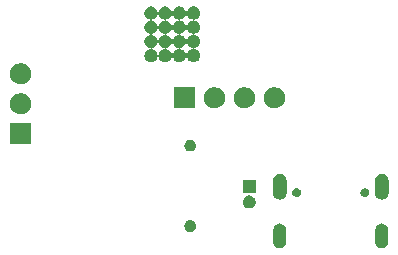
<source format=gbs>
G04 #@! TF.GenerationSoftware,KiCad,Pcbnew,(5.1.6)-1*
G04 #@! TF.CreationDate,2021-04-21T10:38:01+02:00*
G04 #@! TF.ProjectId,LactateStat_v1,4c616374-6174-4655-9374-61745f76312e,rev?*
G04 #@! TF.SameCoordinates,Original*
G04 #@! TF.FileFunction,Soldermask,Bot*
G04 #@! TF.FilePolarity,Negative*
%FSLAX46Y46*%
G04 Gerber Fmt 4.6, Leading zero omitted, Abs format (unit mm)*
G04 Created by KiCad (PCBNEW (5.1.6)-1) date 2021-04-21 10:38:01*
%MOMM*%
%LPD*%
G01*
G04 APERTURE LIST*
%ADD10C,0.100000*%
G04 APERTURE END LIST*
D10*
G36*
X163987618Y-105958943D02*
G01*
X163987621Y-105958944D01*
X163987622Y-105958944D01*
X164091109Y-105990336D01*
X164091111Y-105990337D01*
X164186485Y-106041315D01*
X164259032Y-106100853D01*
X164270080Y-106109920D01*
X164315817Y-106165651D01*
X164338686Y-106193517D01*
X164389663Y-106288888D01*
X164421057Y-106392381D01*
X164429000Y-106473028D01*
X164429000Y-107526972D01*
X164421057Y-107607619D01*
X164389663Y-107711112D01*
X164338686Y-107806483D01*
X164270080Y-107890080D01*
X164186483Y-107958686D01*
X164091112Y-108009663D01*
X164091110Y-108009664D01*
X163987623Y-108041056D01*
X163987622Y-108041056D01*
X163987619Y-108041057D01*
X163880000Y-108051657D01*
X163772382Y-108041057D01*
X163772379Y-108041056D01*
X163772378Y-108041056D01*
X163668891Y-108009664D01*
X163668889Y-108009663D01*
X163573518Y-107958686D01*
X163489921Y-107890080D01*
X163421315Y-107806483D01*
X163370338Y-107711112D01*
X163338944Y-107607619D01*
X163331001Y-107526972D01*
X163331000Y-106473029D01*
X163338943Y-106392382D01*
X163338944Y-106392378D01*
X163370336Y-106288891D01*
X163418305Y-106199147D01*
X163421315Y-106193515D01*
X163489918Y-106109922D01*
X163489923Y-106109918D01*
X163573516Y-106041315D01*
X163573515Y-106041315D01*
X163573517Y-106041314D01*
X163668888Y-105990337D01*
X163668890Y-105990336D01*
X163772377Y-105958944D01*
X163772378Y-105958944D01*
X163772381Y-105958943D01*
X163880000Y-105948343D01*
X163987618Y-105958943D01*
G37*
G36*
X172627618Y-105958943D02*
G01*
X172627621Y-105958944D01*
X172627622Y-105958944D01*
X172731109Y-105990336D01*
X172731111Y-105990337D01*
X172826485Y-106041315D01*
X172899032Y-106100853D01*
X172910080Y-106109920D01*
X172955817Y-106165651D01*
X172978686Y-106193517D01*
X173029663Y-106288888D01*
X173061057Y-106392381D01*
X173069000Y-106473028D01*
X173069000Y-107526972D01*
X173061057Y-107607619D01*
X173029663Y-107711112D01*
X172978686Y-107806483D01*
X172910080Y-107890080D01*
X172826483Y-107958686D01*
X172731112Y-108009663D01*
X172731110Y-108009664D01*
X172627623Y-108041056D01*
X172627622Y-108041056D01*
X172627619Y-108041057D01*
X172520000Y-108051657D01*
X172412382Y-108041057D01*
X172412379Y-108041056D01*
X172412378Y-108041056D01*
X172308891Y-108009664D01*
X172308889Y-108009663D01*
X172213518Y-107958686D01*
X172129921Y-107890080D01*
X172061315Y-107806483D01*
X172010338Y-107711112D01*
X171978944Y-107607619D01*
X171971001Y-107526972D01*
X171971000Y-106473029D01*
X171978943Y-106392382D01*
X171978944Y-106392378D01*
X172010336Y-106288891D01*
X172058305Y-106199147D01*
X172061315Y-106193515D01*
X172129918Y-106109922D01*
X172129923Y-106109918D01*
X172213516Y-106041315D01*
X172213515Y-106041315D01*
X172213517Y-106041314D01*
X172308888Y-105990337D01*
X172308890Y-105990336D01*
X172412377Y-105958944D01*
X172412378Y-105958944D01*
X172412381Y-105958943D01*
X172520000Y-105948343D01*
X172627618Y-105958943D01*
G37*
G36*
X156397350Y-105660589D02*
G01*
X156445554Y-105670177D01*
X156536365Y-105707792D01*
X156618095Y-105762402D01*
X156687598Y-105831905D01*
X156742208Y-105913635D01*
X156779823Y-106004446D01*
X156799000Y-106100854D01*
X156799000Y-106199146D01*
X156779823Y-106295554D01*
X156742208Y-106386365D01*
X156687598Y-106468095D01*
X156618095Y-106537598D01*
X156536365Y-106592208D01*
X156445554Y-106629823D01*
X156397350Y-106639412D01*
X156349147Y-106649000D01*
X156250853Y-106649000D01*
X156202650Y-106639411D01*
X156154446Y-106629823D01*
X156063635Y-106592208D01*
X155981905Y-106537598D01*
X155912402Y-106468095D01*
X155857792Y-106386365D01*
X155820177Y-106295554D01*
X155801000Y-106199146D01*
X155801000Y-106100854D01*
X155820177Y-106004446D01*
X155857792Y-105913635D01*
X155912402Y-105831905D01*
X155981905Y-105762402D01*
X156063635Y-105707792D01*
X156154446Y-105670177D01*
X156202650Y-105660589D01*
X156250853Y-105651000D01*
X156349147Y-105651000D01*
X156397350Y-105660589D01*
G37*
G36*
X161460138Y-103592098D02*
G01*
X161560046Y-103633481D01*
X161560049Y-103633483D01*
X161649967Y-103693564D01*
X161726436Y-103770033D01*
X161762878Y-103824573D01*
X161786519Y-103859954D01*
X161827902Y-103959862D01*
X161849000Y-104065928D01*
X161849000Y-104174072D01*
X161827902Y-104280138D01*
X161786519Y-104380046D01*
X161786517Y-104380049D01*
X161726436Y-104469967D01*
X161649967Y-104546436D01*
X161560049Y-104606517D01*
X161560046Y-104606519D01*
X161460138Y-104647902D01*
X161354072Y-104669000D01*
X161245928Y-104669000D01*
X161139862Y-104647902D01*
X161039954Y-104606519D01*
X161039951Y-104606517D01*
X160950033Y-104546436D01*
X160873564Y-104469967D01*
X160813483Y-104380049D01*
X160813481Y-104380046D01*
X160772098Y-104280138D01*
X160751000Y-104174072D01*
X160751000Y-104065928D01*
X160772098Y-103959862D01*
X160813481Y-103859954D01*
X160837122Y-103824573D01*
X160873564Y-103770033D01*
X160950033Y-103693564D01*
X161039951Y-103633483D01*
X161039954Y-103633481D01*
X161139862Y-103592098D01*
X161245928Y-103571000D01*
X161354072Y-103571000D01*
X161460138Y-103592098D01*
G37*
G36*
X172632519Y-101729304D02*
G01*
X172740721Y-101762127D01*
X172775690Y-101780818D01*
X172840439Y-101815427D01*
X172927843Y-101887157D01*
X172999573Y-101974560D01*
X173026222Y-102024418D01*
X173052873Y-102074278D01*
X173085696Y-102182480D01*
X173094000Y-102266797D01*
X173094000Y-103373203D01*
X173085696Y-103457520D01*
X173052873Y-103565722D01*
X173028938Y-103610502D01*
X172999573Y-103665440D01*
X172927843Y-103752843D01*
X172840440Y-103824573D01*
X172790582Y-103851222D01*
X172740722Y-103877873D01*
X172632520Y-103910696D01*
X172520000Y-103921778D01*
X172407481Y-103910696D01*
X172299279Y-103877873D01*
X172249419Y-103851222D01*
X172199561Y-103824573D01*
X172112158Y-103752843D01*
X172040428Y-103665440D01*
X172011063Y-103610502D01*
X171987128Y-103565722D01*
X171954305Y-103457520D01*
X171946001Y-103373203D01*
X171946000Y-102266798D01*
X171954304Y-102182481D01*
X171987127Y-102074279D01*
X172005818Y-102039310D01*
X172040427Y-101974561D01*
X172112157Y-101887157D01*
X172199560Y-101815427D01*
X172249418Y-101788778D01*
X172299278Y-101762127D01*
X172407480Y-101729304D01*
X172520000Y-101718222D01*
X172632519Y-101729304D01*
G37*
G36*
X163992519Y-101729304D02*
G01*
X164100721Y-101762127D01*
X164135690Y-101780818D01*
X164200439Y-101815427D01*
X164287843Y-101887157D01*
X164359573Y-101974560D01*
X164386222Y-102024418D01*
X164412873Y-102074278D01*
X164445696Y-102182480D01*
X164454000Y-102266797D01*
X164454000Y-103373203D01*
X164445696Y-103457520D01*
X164412873Y-103565722D01*
X164388938Y-103610502D01*
X164359573Y-103665440D01*
X164287843Y-103752843D01*
X164200440Y-103824573D01*
X164150582Y-103851222D01*
X164100722Y-103877873D01*
X163992520Y-103910696D01*
X163880000Y-103921778D01*
X163767481Y-103910696D01*
X163659279Y-103877873D01*
X163609419Y-103851222D01*
X163559561Y-103824573D01*
X163472158Y-103752843D01*
X163400428Y-103665440D01*
X163371063Y-103610502D01*
X163347128Y-103565722D01*
X163314305Y-103457520D01*
X163306001Y-103373203D01*
X163306000Y-102266798D01*
X163314304Y-102182481D01*
X163347127Y-102074279D01*
X163365818Y-102039310D01*
X163400427Y-101974561D01*
X163472157Y-101887157D01*
X163559560Y-101815427D01*
X163609418Y-101788778D01*
X163659278Y-101762127D01*
X163767480Y-101729304D01*
X163880000Y-101718222D01*
X163992519Y-101729304D01*
G37*
G36*
X171199092Y-102960372D02*
G01*
X171267156Y-102988565D01*
X171328411Y-103029495D01*
X171380505Y-103081589D01*
X171421435Y-103142844D01*
X171449628Y-103210908D01*
X171464000Y-103283164D01*
X171464000Y-103356836D01*
X171449628Y-103429092D01*
X171421435Y-103497156D01*
X171380505Y-103558411D01*
X171328411Y-103610505D01*
X171267156Y-103651435D01*
X171199092Y-103679628D01*
X171126836Y-103694000D01*
X171053164Y-103694000D01*
X170980908Y-103679628D01*
X170912844Y-103651435D01*
X170851589Y-103610505D01*
X170799495Y-103558411D01*
X170758565Y-103497156D01*
X170730372Y-103429092D01*
X170716000Y-103356836D01*
X170716000Y-103283164D01*
X170730372Y-103210908D01*
X170758565Y-103142844D01*
X170799495Y-103081589D01*
X170851589Y-103029495D01*
X170912844Y-102988565D01*
X170980908Y-102960372D01*
X171053164Y-102946000D01*
X171126836Y-102946000D01*
X171199092Y-102960372D01*
G37*
G36*
X165419092Y-102960372D02*
G01*
X165487156Y-102988565D01*
X165548411Y-103029495D01*
X165600505Y-103081589D01*
X165641435Y-103142844D01*
X165669628Y-103210908D01*
X165684000Y-103283164D01*
X165684000Y-103356836D01*
X165669628Y-103429092D01*
X165641435Y-103497156D01*
X165600505Y-103558411D01*
X165548411Y-103610505D01*
X165487156Y-103651435D01*
X165419092Y-103679628D01*
X165346836Y-103694000D01*
X165273164Y-103694000D01*
X165200908Y-103679628D01*
X165132844Y-103651435D01*
X165071589Y-103610505D01*
X165019495Y-103558411D01*
X164978565Y-103497156D01*
X164950372Y-103429092D01*
X164936000Y-103356836D01*
X164936000Y-103283164D01*
X164950372Y-103210908D01*
X164978565Y-103142844D01*
X165019495Y-103081589D01*
X165071589Y-103029495D01*
X165132844Y-102988565D01*
X165200908Y-102960372D01*
X165273164Y-102946000D01*
X165346836Y-102946000D01*
X165419092Y-102960372D01*
G37*
G36*
X161849000Y-103399000D02*
G01*
X160751000Y-103399000D01*
X160751000Y-102301000D01*
X161849000Y-102301000D01*
X161849000Y-103399000D01*
G37*
G36*
X156397350Y-98860588D02*
G01*
X156445554Y-98870177D01*
X156536365Y-98907792D01*
X156618095Y-98962402D01*
X156687598Y-99031905D01*
X156742208Y-99113635D01*
X156779823Y-99204446D01*
X156799000Y-99300854D01*
X156799000Y-99399146D01*
X156779823Y-99495554D01*
X156742208Y-99586365D01*
X156687598Y-99668095D01*
X156618095Y-99737598D01*
X156536365Y-99792208D01*
X156445554Y-99829823D01*
X156397350Y-99839412D01*
X156349147Y-99849000D01*
X156250853Y-99849000D01*
X156202650Y-99839412D01*
X156154446Y-99829823D01*
X156063635Y-99792208D01*
X155981905Y-99737598D01*
X155912402Y-99668095D01*
X155857792Y-99586365D01*
X155820177Y-99495554D01*
X155801000Y-99399146D01*
X155801000Y-99300854D01*
X155820177Y-99204446D01*
X155857792Y-99113635D01*
X155912402Y-99031905D01*
X155981905Y-98962402D01*
X156063635Y-98907792D01*
X156154446Y-98870177D01*
X156202650Y-98860589D01*
X156250853Y-98851000D01*
X156349147Y-98851000D01*
X156397350Y-98860588D01*
G37*
G36*
X142849000Y-99249000D02*
G01*
X141051000Y-99249000D01*
X141051000Y-97451000D01*
X142849000Y-97451000D01*
X142849000Y-99249000D01*
G37*
G36*
X142212229Y-94945548D02*
G01*
X142375837Y-95013316D01*
X142523081Y-95111702D01*
X142648298Y-95236919D01*
X142746684Y-95384163D01*
X142814452Y-95547771D01*
X142849000Y-95721456D01*
X142849000Y-95898544D01*
X142814452Y-96072229D01*
X142746684Y-96235837D01*
X142648298Y-96383081D01*
X142523081Y-96508298D01*
X142375837Y-96606684D01*
X142212229Y-96674452D01*
X142038544Y-96709000D01*
X141861456Y-96709000D01*
X141687771Y-96674452D01*
X141524163Y-96606684D01*
X141376919Y-96508298D01*
X141251702Y-96383081D01*
X141153316Y-96235837D01*
X141085548Y-96072229D01*
X141051000Y-95898544D01*
X141051000Y-95721456D01*
X141085548Y-95547771D01*
X141153316Y-95384163D01*
X141251702Y-95236919D01*
X141376919Y-95111702D01*
X141524163Y-95013316D01*
X141687771Y-94945548D01*
X141861456Y-94911000D01*
X142038544Y-94911000D01*
X142212229Y-94945548D01*
G37*
G36*
X158602229Y-94435548D02*
G01*
X158765837Y-94503316D01*
X158913081Y-94601702D01*
X159038298Y-94726919D01*
X159136684Y-94874163D01*
X159204452Y-95037771D01*
X159239000Y-95211456D01*
X159239000Y-95388544D01*
X159204452Y-95562229D01*
X159136684Y-95725837D01*
X159038298Y-95873081D01*
X158913081Y-95998298D01*
X158765837Y-96096684D01*
X158602229Y-96164452D01*
X158428544Y-96199000D01*
X158251456Y-96199000D01*
X158077771Y-96164452D01*
X157914163Y-96096684D01*
X157766919Y-95998298D01*
X157641702Y-95873081D01*
X157543316Y-95725837D01*
X157475548Y-95562229D01*
X157441000Y-95388544D01*
X157441000Y-95211456D01*
X157475548Y-95037771D01*
X157543316Y-94874163D01*
X157641702Y-94726919D01*
X157766919Y-94601702D01*
X157914163Y-94503316D01*
X158077771Y-94435548D01*
X158251456Y-94401000D01*
X158428544Y-94401000D01*
X158602229Y-94435548D01*
G37*
G36*
X156699000Y-96199000D02*
G01*
X154901000Y-96199000D01*
X154901000Y-94401000D01*
X156699000Y-94401000D01*
X156699000Y-96199000D01*
G37*
G36*
X161142229Y-94435548D02*
G01*
X161305837Y-94503316D01*
X161453081Y-94601702D01*
X161578298Y-94726919D01*
X161676684Y-94874163D01*
X161744452Y-95037771D01*
X161779000Y-95211456D01*
X161779000Y-95388544D01*
X161744452Y-95562229D01*
X161676684Y-95725837D01*
X161578298Y-95873081D01*
X161453081Y-95998298D01*
X161305837Y-96096684D01*
X161142229Y-96164452D01*
X160968544Y-96199000D01*
X160791456Y-96199000D01*
X160617771Y-96164452D01*
X160454163Y-96096684D01*
X160306919Y-95998298D01*
X160181702Y-95873081D01*
X160083316Y-95725837D01*
X160015548Y-95562229D01*
X159981000Y-95388544D01*
X159981000Y-95211456D01*
X160015548Y-95037771D01*
X160083316Y-94874163D01*
X160181702Y-94726919D01*
X160306919Y-94601702D01*
X160454163Y-94503316D01*
X160617771Y-94435548D01*
X160791456Y-94401000D01*
X160968544Y-94401000D01*
X161142229Y-94435548D01*
G37*
G36*
X163682229Y-94435548D02*
G01*
X163845837Y-94503316D01*
X163993081Y-94601702D01*
X164118298Y-94726919D01*
X164216684Y-94874163D01*
X164284452Y-95037771D01*
X164319000Y-95211456D01*
X164319000Y-95388544D01*
X164284452Y-95562229D01*
X164216684Y-95725837D01*
X164118298Y-95873081D01*
X163993081Y-95998298D01*
X163845837Y-96096684D01*
X163682229Y-96164452D01*
X163508544Y-96199000D01*
X163331456Y-96199000D01*
X163157771Y-96164452D01*
X162994163Y-96096684D01*
X162846919Y-95998298D01*
X162721702Y-95873081D01*
X162623316Y-95725837D01*
X162555548Y-95562229D01*
X162521000Y-95388544D01*
X162521000Y-95211456D01*
X162555548Y-95037771D01*
X162623316Y-94874163D01*
X162721702Y-94726919D01*
X162846919Y-94601702D01*
X162994163Y-94503316D01*
X163157771Y-94435548D01*
X163331456Y-94401000D01*
X163508544Y-94401000D01*
X163682229Y-94435548D01*
G37*
G36*
X142212229Y-92405548D02*
G01*
X142375837Y-92473316D01*
X142523081Y-92571702D01*
X142648298Y-92696919D01*
X142746684Y-92844163D01*
X142814452Y-93007771D01*
X142849000Y-93181456D01*
X142849000Y-93358544D01*
X142814452Y-93532229D01*
X142746684Y-93695837D01*
X142648298Y-93843081D01*
X142523081Y-93968298D01*
X142375837Y-94066684D01*
X142212229Y-94134452D01*
X142038544Y-94169000D01*
X141861456Y-94169000D01*
X141687771Y-94134452D01*
X141524163Y-94066684D01*
X141376919Y-93968298D01*
X141251702Y-93843081D01*
X141153316Y-93695837D01*
X141085548Y-93532229D01*
X141051000Y-93358544D01*
X141051000Y-93181456D01*
X141085548Y-93007771D01*
X141153316Y-92844163D01*
X141251702Y-92696919D01*
X141376919Y-92571702D01*
X141524163Y-92473316D01*
X141687771Y-92405548D01*
X141861456Y-92371000D01*
X142038544Y-92371000D01*
X142212229Y-92405548D01*
G37*
G36*
X153074503Y-87576517D02*
G01*
X153146065Y-87590752D01*
X153247177Y-87632633D01*
X153338177Y-87693438D01*
X153415563Y-87770824D01*
X153476368Y-87861824D01*
X153518249Y-87962936D01*
X153534178Y-88043017D01*
X153537069Y-88052546D01*
X153541763Y-88061329D01*
X153548081Y-88069026D01*
X153555779Y-88075344D01*
X153564561Y-88080038D01*
X153574091Y-88082929D01*
X153584001Y-88083905D01*
X153593912Y-88082929D01*
X153603441Y-88080038D01*
X153612224Y-88075344D01*
X153619921Y-88069026D01*
X153626239Y-88061328D01*
X153630933Y-88052546D01*
X153633824Y-88043017D01*
X153649753Y-87962936D01*
X153691634Y-87861824D01*
X153752439Y-87770824D01*
X153829825Y-87693438D01*
X153920825Y-87632633D01*
X154021937Y-87590752D01*
X154093499Y-87576517D01*
X154129279Y-87569400D01*
X154238723Y-87569400D01*
X154274503Y-87576517D01*
X154346065Y-87590752D01*
X154447177Y-87632633D01*
X154538177Y-87693438D01*
X154615563Y-87770824D01*
X154676368Y-87861824D01*
X154718249Y-87962936D01*
X154734178Y-88043017D01*
X154737069Y-88052546D01*
X154741763Y-88061329D01*
X154748081Y-88069026D01*
X154755779Y-88075344D01*
X154764561Y-88080038D01*
X154774091Y-88082929D01*
X154784001Y-88083905D01*
X154793912Y-88082929D01*
X154803441Y-88080038D01*
X154812224Y-88075344D01*
X154819921Y-88069026D01*
X154826239Y-88061328D01*
X154830933Y-88052546D01*
X154833824Y-88043017D01*
X154849753Y-87962936D01*
X154891634Y-87861824D01*
X154952439Y-87770824D01*
X155029825Y-87693438D01*
X155120825Y-87632633D01*
X155221937Y-87590752D01*
X155293499Y-87576517D01*
X155329279Y-87569400D01*
X155438723Y-87569400D01*
X155474503Y-87576517D01*
X155546065Y-87590752D01*
X155647177Y-87632633D01*
X155738177Y-87693438D01*
X155815563Y-87770824D01*
X155876368Y-87861824D01*
X155918249Y-87962936D01*
X155934178Y-88043017D01*
X155937069Y-88052546D01*
X155941763Y-88061329D01*
X155948081Y-88069026D01*
X155955779Y-88075344D01*
X155964561Y-88080038D01*
X155974091Y-88082929D01*
X155984001Y-88083905D01*
X155993912Y-88082929D01*
X156003441Y-88080038D01*
X156012224Y-88075344D01*
X156019921Y-88069026D01*
X156026239Y-88061328D01*
X156030933Y-88052546D01*
X156033824Y-88043017D01*
X156049753Y-87962936D01*
X156091634Y-87861824D01*
X156152439Y-87770824D01*
X156229825Y-87693438D01*
X156320825Y-87632633D01*
X156421937Y-87590752D01*
X156493499Y-87576517D01*
X156529279Y-87569400D01*
X156638723Y-87569400D01*
X156674503Y-87576517D01*
X156746065Y-87590752D01*
X156847177Y-87632633D01*
X156938177Y-87693438D01*
X157015563Y-87770824D01*
X157076368Y-87861824D01*
X157118249Y-87962936D01*
X157139601Y-88070279D01*
X157139601Y-88179721D01*
X157118249Y-88287064D01*
X157076368Y-88388176D01*
X157015563Y-88479176D01*
X156938177Y-88556562D01*
X156847177Y-88617367D01*
X156746065Y-88659248D01*
X156697662Y-88668876D01*
X156665982Y-88675178D01*
X156656455Y-88678068D01*
X156647672Y-88682762D01*
X156639975Y-88689080D01*
X156633657Y-88696778D01*
X156628963Y-88705560D01*
X156626072Y-88715090D01*
X156625096Y-88725000D01*
X156626072Y-88734911D01*
X156628963Y-88744440D01*
X156633657Y-88753223D01*
X156639975Y-88760920D01*
X156647673Y-88767238D01*
X156656455Y-88771932D01*
X156665982Y-88774822D01*
X156697662Y-88781124D01*
X156746065Y-88790752D01*
X156847177Y-88832633D01*
X156938177Y-88893438D01*
X157015563Y-88970824D01*
X157076368Y-89061824D01*
X157118249Y-89162936D01*
X157139601Y-89270279D01*
X157139601Y-89379721D01*
X157118249Y-89487064D01*
X157076368Y-89588176D01*
X157015563Y-89679176D01*
X156938177Y-89756562D01*
X156847177Y-89817367D01*
X156746065Y-89859248D01*
X156697662Y-89868876D01*
X156665982Y-89875178D01*
X156656455Y-89878068D01*
X156647672Y-89882762D01*
X156639975Y-89889080D01*
X156633657Y-89896778D01*
X156628963Y-89905560D01*
X156626072Y-89915090D01*
X156625096Y-89925000D01*
X156626072Y-89934911D01*
X156628963Y-89944440D01*
X156633657Y-89953223D01*
X156639975Y-89960920D01*
X156647673Y-89967238D01*
X156656455Y-89971932D01*
X156665982Y-89974822D01*
X156697662Y-89981124D01*
X156746065Y-89990752D01*
X156847177Y-90032633D01*
X156938177Y-90093438D01*
X157015563Y-90170824D01*
X157076368Y-90261824D01*
X157118249Y-90362936D01*
X157139601Y-90470279D01*
X157139601Y-90579721D01*
X157118249Y-90687064D01*
X157076368Y-90788176D01*
X157015563Y-90879176D01*
X156938177Y-90956562D01*
X156847177Y-91017367D01*
X156746065Y-91059248D01*
X156697662Y-91068876D01*
X156665982Y-91075178D01*
X156656455Y-91078068D01*
X156647672Y-91082762D01*
X156639975Y-91089080D01*
X156633657Y-91096778D01*
X156628963Y-91105560D01*
X156626072Y-91115090D01*
X156625096Y-91125000D01*
X156626072Y-91134911D01*
X156628963Y-91144440D01*
X156633657Y-91153223D01*
X156639975Y-91160920D01*
X156647673Y-91167238D01*
X156656455Y-91171932D01*
X156665982Y-91174822D01*
X156697662Y-91181124D01*
X156746065Y-91190752D01*
X156847177Y-91232633D01*
X156938177Y-91293438D01*
X157015563Y-91370824D01*
X157076368Y-91461824D01*
X157118249Y-91562936D01*
X157139601Y-91670279D01*
X157139601Y-91779721D01*
X157118249Y-91887064D01*
X157076368Y-91988176D01*
X157015563Y-92079176D01*
X156938177Y-92156562D01*
X156847177Y-92217367D01*
X156746065Y-92259248D01*
X156674503Y-92273483D01*
X156638723Y-92280600D01*
X156529279Y-92280600D01*
X156493499Y-92273483D01*
X156421937Y-92259248D01*
X156320825Y-92217367D01*
X156229825Y-92156562D01*
X156152439Y-92079176D01*
X156091634Y-91988176D01*
X156049753Y-91887064D01*
X156033824Y-91806983D01*
X156030933Y-91797454D01*
X156026239Y-91788671D01*
X156019921Y-91780974D01*
X156012223Y-91774656D01*
X156003441Y-91769962D01*
X155993911Y-91767071D01*
X155984001Y-91766095D01*
X155974090Y-91767071D01*
X155964561Y-91769962D01*
X155955778Y-91774656D01*
X155948081Y-91780974D01*
X155941763Y-91788672D01*
X155937069Y-91797454D01*
X155934178Y-91806983D01*
X155918249Y-91887064D01*
X155876368Y-91988176D01*
X155815563Y-92079176D01*
X155738177Y-92156562D01*
X155647177Y-92217367D01*
X155546065Y-92259248D01*
X155474503Y-92273483D01*
X155438723Y-92280600D01*
X155329279Y-92280600D01*
X155293499Y-92273483D01*
X155221937Y-92259248D01*
X155120825Y-92217367D01*
X155029825Y-92156562D01*
X154952439Y-92079176D01*
X154891634Y-91988176D01*
X154849753Y-91887064D01*
X154833824Y-91806983D01*
X154830933Y-91797454D01*
X154826239Y-91788671D01*
X154819921Y-91780974D01*
X154812223Y-91774656D01*
X154803441Y-91769962D01*
X154793911Y-91767071D01*
X154784001Y-91766095D01*
X154774090Y-91767071D01*
X154764561Y-91769962D01*
X154755778Y-91774656D01*
X154748081Y-91780974D01*
X154741763Y-91788672D01*
X154737069Y-91797454D01*
X154734178Y-91806983D01*
X154718249Y-91887064D01*
X154676368Y-91988176D01*
X154615563Y-92079176D01*
X154538177Y-92156562D01*
X154447177Y-92217367D01*
X154346065Y-92259248D01*
X154274503Y-92273483D01*
X154238723Y-92280600D01*
X154129279Y-92280600D01*
X154093499Y-92273483D01*
X154021937Y-92259248D01*
X153920825Y-92217367D01*
X153829825Y-92156562D01*
X153752439Y-92079176D01*
X153691634Y-91988176D01*
X153649753Y-91887064D01*
X153633824Y-91806983D01*
X153630933Y-91797454D01*
X153626239Y-91788671D01*
X153619921Y-91780974D01*
X153612223Y-91774656D01*
X153603441Y-91769962D01*
X153593911Y-91767071D01*
X153584001Y-91766095D01*
X153574090Y-91767071D01*
X153564561Y-91769962D01*
X153555778Y-91774656D01*
X153548081Y-91780974D01*
X153541763Y-91788672D01*
X153537069Y-91797454D01*
X153534178Y-91806983D01*
X153518249Y-91887064D01*
X153476368Y-91988176D01*
X153415563Y-92079176D01*
X153338177Y-92156562D01*
X153247177Y-92217367D01*
X153146065Y-92259248D01*
X153074503Y-92273483D01*
X153038723Y-92280600D01*
X152929279Y-92280600D01*
X152893499Y-92273483D01*
X152821937Y-92259248D01*
X152720825Y-92217367D01*
X152629825Y-92156562D01*
X152552439Y-92079176D01*
X152491634Y-91988176D01*
X152449753Y-91887064D01*
X152428401Y-91779721D01*
X152428401Y-91670279D01*
X152449753Y-91562936D01*
X152491634Y-91461824D01*
X152552439Y-91370824D01*
X152629825Y-91293438D01*
X152720825Y-91232633D01*
X152821937Y-91190752D01*
X152870340Y-91181124D01*
X152902020Y-91174822D01*
X152911547Y-91171932D01*
X152920330Y-91167238D01*
X152928027Y-91160920D01*
X152934345Y-91153222D01*
X152939039Y-91144440D01*
X152941930Y-91134910D01*
X152942906Y-91125000D01*
X153025096Y-91125000D01*
X153026072Y-91134911D01*
X153028963Y-91144440D01*
X153033657Y-91153223D01*
X153039975Y-91160920D01*
X153047673Y-91167238D01*
X153056455Y-91171932D01*
X153065982Y-91174822D01*
X153097662Y-91181124D01*
X153146065Y-91190752D01*
X153247177Y-91232633D01*
X153338177Y-91293438D01*
X153415563Y-91370824D01*
X153476368Y-91461824D01*
X153518249Y-91562936D01*
X153534178Y-91643017D01*
X153537069Y-91652546D01*
X153541763Y-91661329D01*
X153548081Y-91669026D01*
X153555779Y-91675344D01*
X153564561Y-91680038D01*
X153574091Y-91682929D01*
X153584001Y-91683905D01*
X153593912Y-91682929D01*
X153603441Y-91680038D01*
X153612224Y-91675344D01*
X153619921Y-91669026D01*
X153626239Y-91661328D01*
X153630933Y-91652546D01*
X153633824Y-91643017D01*
X153649753Y-91562936D01*
X153691634Y-91461824D01*
X153752439Y-91370824D01*
X153829825Y-91293438D01*
X153920825Y-91232633D01*
X154021937Y-91190752D01*
X154070340Y-91181124D01*
X154102020Y-91174822D01*
X154111547Y-91171932D01*
X154120330Y-91167238D01*
X154128027Y-91160920D01*
X154134345Y-91153222D01*
X154139039Y-91144440D01*
X154141930Y-91134910D01*
X154142906Y-91125000D01*
X154225096Y-91125000D01*
X154226072Y-91134911D01*
X154228963Y-91144440D01*
X154233657Y-91153223D01*
X154239975Y-91160920D01*
X154247673Y-91167238D01*
X154256455Y-91171932D01*
X154265982Y-91174822D01*
X154297662Y-91181124D01*
X154346065Y-91190752D01*
X154447177Y-91232633D01*
X154538177Y-91293438D01*
X154615563Y-91370824D01*
X154676368Y-91461824D01*
X154718249Y-91562936D01*
X154734178Y-91643017D01*
X154737069Y-91652546D01*
X154741763Y-91661329D01*
X154748081Y-91669026D01*
X154755779Y-91675344D01*
X154764561Y-91680038D01*
X154774091Y-91682929D01*
X154784001Y-91683905D01*
X154793912Y-91682929D01*
X154803441Y-91680038D01*
X154812224Y-91675344D01*
X154819921Y-91669026D01*
X154826239Y-91661328D01*
X154830933Y-91652546D01*
X154833824Y-91643017D01*
X154849753Y-91562936D01*
X154891634Y-91461824D01*
X154952439Y-91370824D01*
X155029825Y-91293438D01*
X155120825Y-91232633D01*
X155221937Y-91190752D01*
X155270340Y-91181124D01*
X155302020Y-91174822D01*
X155311547Y-91171932D01*
X155320330Y-91167238D01*
X155328027Y-91160920D01*
X155334345Y-91153222D01*
X155339039Y-91144440D01*
X155341930Y-91134910D01*
X155342906Y-91125000D01*
X155425096Y-91125000D01*
X155426072Y-91134911D01*
X155428963Y-91144440D01*
X155433657Y-91153223D01*
X155439975Y-91160920D01*
X155447673Y-91167238D01*
X155456455Y-91171932D01*
X155465982Y-91174822D01*
X155497662Y-91181124D01*
X155546065Y-91190752D01*
X155647177Y-91232633D01*
X155738177Y-91293438D01*
X155815563Y-91370824D01*
X155876368Y-91461824D01*
X155918249Y-91562936D01*
X155934178Y-91643017D01*
X155937069Y-91652546D01*
X155941763Y-91661329D01*
X155948081Y-91669026D01*
X155955779Y-91675344D01*
X155964561Y-91680038D01*
X155974091Y-91682929D01*
X155984001Y-91683905D01*
X155993912Y-91682929D01*
X156003441Y-91680038D01*
X156012224Y-91675344D01*
X156019921Y-91669026D01*
X156026239Y-91661328D01*
X156030933Y-91652546D01*
X156033824Y-91643017D01*
X156049753Y-91562936D01*
X156091634Y-91461824D01*
X156152439Y-91370824D01*
X156229825Y-91293438D01*
X156320825Y-91232633D01*
X156421937Y-91190752D01*
X156470340Y-91181124D01*
X156502020Y-91174822D01*
X156511547Y-91171932D01*
X156520330Y-91167238D01*
X156528027Y-91160920D01*
X156534345Y-91153222D01*
X156539039Y-91144440D01*
X156541930Y-91134910D01*
X156542906Y-91125000D01*
X156541930Y-91115089D01*
X156539039Y-91105560D01*
X156534345Y-91096777D01*
X156528027Y-91089080D01*
X156520329Y-91082762D01*
X156511547Y-91078068D01*
X156502020Y-91075178D01*
X156470340Y-91068876D01*
X156421937Y-91059248D01*
X156320825Y-91017367D01*
X156229825Y-90956562D01*
X156152439Y-90879176D01*
X156091634Y-90788176D01*
X156049753Y-90687064D01*
X156033824Y-90606983D01*
X156030933Y-90597454D01*
X156026239Y-90588671D01*
X156019921Y-90580974D01*
X156012223Y-90574656D01*
X156003441Y-90569962D01*
X155993911Y-90567071D01*
X155984001Y-90566095D01*
X155974090Y-90567071D01*
X155964561Y-90569962D01*
X155955778Y-90574656D01*
X155948081Y-90580974D01*
X155941763Y-90588672D01*
X155937069Y-90597454D01*
X155934178Y-90606983D01*
X155918249Y-90687064D01*
X155876368Y-90788176D01*
X155815563Y-90879176D01*
X155738177Y-90956562D01*
X155647177Y-91017367D01*
X155546065Y-91059248D01*
X155497662Y-91068876D01*
X155465982Y-91075178D01*
X155456455Y-91078068D01*
X155447672Y-91082762D01*
X155439975Y-91089080D01*
X155433657Y-91096778D01*
X155428963Y-91105560D01*
X155426072Y-91115090D01*
X155425096Y-91125000D01*
X155342906Y-91125000D01*
X155341930Y-91115089D01*
X155339039Y-91105560D01*
X155334345Y-91096777D01*
X155328027Y-91089080D01*
X155320329Y-91082762D01*
X155311547Y-91078068D01*
X155302020Y-91075178D01*
X155270340Y-91068876D01*
X155221937Y-91059248D01*
X155120825Y-91017367D01*
X155029825Y-90956562D01*
X154952439Y-90879176D01*
X154891634Y-90788176D01*
X154849753Y-90687064D01*
X154833824Y-90606983D01*
X154830933Y-90597454D01*
X154826239Y-90588671D01*
X154819921Y-90580974D01*
X154812223Y-90574656D01*
X154803441Y-90569962D01*
X154793911Y-90567071D01*
X154784001Y-90566095D01*
X154774090Y-90567071D01*
X154764561Y-90569962D01*
X154755778Y-90574656D01*
X154748081Y-90580974D01*
X154741763Y-90588672D01*
X154737069Y-90597454D01*
X154734178Y-90606983D01*
X154718249Y-90687064D01*
X154676368Y-90788176D01*
X154615563Y-90879176D01*
X154538177Y-90956562D01*
X154447177Y-91017367D01*
X154346065Y-91059248D01*
X154297662Y-91068876D01*
X154265982Y-91075178D01*
X154256455Y-91078068D01*
X154247672Y-91082762D01*
X154239975Y-91089080D01*
X154233657Y-91096778D01*
X154228963Y-91105560D01*
X154226072Y-91115090D01*
X154225096Y-91125000D01*
X154142906Y-91125000D01*
X154141930Y-91115089D01*
X154139039Y-91105560D01*
X154134345Y-91096777D01*
X154128027Y-91089080D01*
X154120329Y-91082762D01*
X154111547Y-91078068D01*
X154102020Y-91075178D01*
X154070340Y-91068876D01*
X154021937Y-91059248D01*
X153920825Y-91017367D01*
X153829825Y-90956562D01*
X153752439Y-90879176D01*
X153691634Y-90788176D01*
X153649753Y-90687064D01*
X153633824Y-90606983D01*
X153630933Y-90597454D01*
X153626239Y-90588671D01*
X153619921Y-90580974D01*
X153612223Y-90574656D01*
X153603441Y-90569962D01*
X153593911Y-90567071D01*
X153584001Y-90566095D01*
X153574090Y-90567071D01*
X153564561Y-90569962D01*
X153555778Y-90574656D01*
X153548081Y-90580974D01*
X153541763Y-90588672D01*
X153537069Y-90597454D01*
X153534178Y-90606983D01*
X153518249Y-90687064D01*
X153476368Y-90788176D01*
X153415563Y-90879176D01*
X153338177Y-90956562D01*
X153247177Y-91017367D01*
X153146065Y-91059248D01*
X153097662Y-91068876D01*
X153065982Y-91075178D01*
X153056455Y-91078068D01*
X153047672Y-91082762D01*
X153039975Y-91089080D01*
X153033657Y-91096778D01*
X153028963Y-91105560D01*
X153026072Y-91115090D01*
X153025096Y-91125000D01*
X152942906Y-91125000D01*
X152941930Y-91115089D01*
X152939039Y-91105560D01*
X152934345Y-91096777D01*
X152928027Y-91089080D01*
X152920329Y-91082762D01*
X152911547Y-91078068D01*
X152902020Y-91075178D01*
X152870340Y-91068876D01*
X152821937Y-91059248D01*
X152720825Y-91017367D01*
X152629825Y-90956562D01*
X152552439Y-90879176D01*
X152491634Y-90788176D01*
X152449753Y-90687064D01*
X152428401Y-90579721D01*
X152428401Y-90470279D01*
X152449753Y-90362936D01*
X152491634Y-90261824D01*
X152552439Y-90170824D01*
X152629825Y-90093438D01*
X152720825Y-90032633D01*
X152821937Y-89990752D01*
X152870340Y-89981124D01*
X152902020Y-89974822D01*
X152911547Y-89971932D01*
X152920330Y-89967238D01*
X152928027Y-89960920D01*
X152934345Y-89953222D01*
X152939039Y-89944440D01*
X152941930Y-89934910D01*
X152942906Y-89925000D01*
X153025096Y-89925000D01*
X153026072Y-89934911D01*
X153028963Y-89944440D01*
X153033657Y-89953223D01*
X153039975Y-89960920D01*
X153047673Y-89967238D01*
X153056455Y-89971932D01*
X153065982Y-89974822D01*
X153097662Y-89981124D01*
X153146065Y-89990752D01*
X153247177Y-90032633D01*
X153338177Y-90093438D01*
X153415563Y-90170824D01*
X153476368Y-90261824D01*
X153518249Y-90362936D01*
X153534178Y-90443017D01*
X153537069Y-90452546D01*
X153541763Y-90461329D01*
X153548081Y-90469026D01*
X153555779Y-90475344D01*
X153564561Y-90480038D01*
X153574091Y-90482929D01*
X153584001Y-90483905D01*
X153593912Y-90482929D01*
X153603441Y-90480038D01*
X153612224Y-90475344D01*
X153619921Y-90469026D01*
X153626239Y-90461328D01*
X153630933Y-90452546D01*
X153633824Y-90443017D01*
X153649753Y-90362936D01*
X153691634Y-90261824D01*
X153752439Y-90170824D01*
X153829825Y-90093438D01*
X153920825Y-90032633D01*
X154021937Y-89990752D01*
X154070340Y-89981124D01*
X154102020Y-89974822D01*
X154111547Y-89971932D01*
X154120330Y-89967238D01*
X154128027Y-89960920D01*
X154134345Y-89953222D01*
X154139039Y-89944440D01*
X154141930Y-89934910D01*
X154142906Y-89925000D01*
X154225096Y-89925000D01*
X154226072Y-89934911D01*
X154228963Y-89944440D01*
X154233657Y-89953223D01*
X154239975Y-89960920D01*
X154247673Y-89967238D01*
X154256455Y-89971932D01*
X154265982Y-89974822D01*
X154297662Y-89981124D01*
X154346065Y-89990752D01*
X154447177Y-90032633D01*
X154538177Y-90093438D01*
X154615563Y-90170824D01*
X154676368Y-90261824D01*
X154718249Y-90362936D01*
X154734178Y-90443017D01*
X154737069Y-90452546D01*
X154741763Y-90461329D01*
X154748081Y-90469026D01*
X154755779Y-90475344D01*
X154764561Y-90480038D01*
X154774091Y-90482929D01*
X154784001Y-90483905D01*
X154793912Y-90482929D01*
X154803441Y-90480038D01*
X154812224Y-90475344D01*
X154819921Y-90469026D01*
X154826239Y-90461328D01*
X154830933Y-90452546D01*
X154833824Y-90443017D01*
X154849753Y-90362936D01*
X154891634Y-90261824D01*
X154952439Y-90170824D01*
X155029825Y-90093438D01*
X155120825Y-90032633D01*
X155221937Y-89990752D01*
X155270340Y-89981124D01*
X155302020Y-89974822D01*
X155311547Y-89971932D01*
X155320330Y-89967238D01*
X155328027Y-89960920D01*
X155334345Y-89953222D01*
X155339039Y-89944440D01*
X155341930Y-89934910D01*
X155342906Y-89925000D01*
X155425096Y-89925000D01*
X155426072Y-89934911D01*
X155428963Y-89944440D01*
X155433657Y-89953223D01*
X155439975Y-89960920D01*
X155447673Y-89967238D01*
X155456455Y-89971932D01*
X155465982Y-89974822D01*
X155497662Y-89981124D01*
X155546065Y-89990752D01*
X155647177Y-90032633D01*
X155738177Y-90093438D01*
X155815563Y-90170824D01*
X155876368Y-90261824D01*
X155918249Y-90362936D01*
X155934178Y-90443017D01*
X155937069Y-90452546D01*
X155941763Y-90461329D01*
X155948081Y-90469026D01*
X155955779Y-90475344D01*
X155964561Y-90480038D01*
X155974091Y-90482929D01*
X155984001Y-90483905D01*
X155993912Y-90482929D01*
X156003441Y-90480038D01*
X156012224Y-90475344D01*
X156019921Y-90469026D01*
X156026239Y-90461328D01*
X156030933Y-90452546D01*
X156033824Y-90443017D01*
X156049753Y-90362936D01*
X156091634Y-90261824D01*
X156152439Y-90170824D01*
X156229825Y-90093438D01*
X156320825Y-90032633D01*
X156421937Y-89990752D01*
X156470340Y-89981124D01*
X156502020Y-89974822D01*
X156511547Y-89971932D01*
X156520330Y-89967238D01*
X156528027Y-89960920D01*
X156534345Y-89953222D01*
X156539039Y-89944440D01*
X156541930Y-89934910D01*
X156542906Y-89925000D01*
X156541930Y-89915089D01*
X156539039Y-89905560D01*
X156534345Y-89896777D01*
X156528027Y-89889080D01*
X156520329Y-89882762D01*
X156511547Y-89878068D01*
X156502020Y-89875178D01*
X156470340Y-89868876D01*
X156421937Y-89859248D01*
X156320825Y-89817367D01*
X156229825Y-89756562D01*
X156152439Y-89679176D01*
X156091634Y-89588176D01*
X156049753Y-89487064D01*
X156033824Y-89406983D01*
X156030933Y-89397454D01*
X156026239Y-89388671D01*
X156019921Y-89380974D01*
X156012223Y-89374656D01*
X156003441Y-89369962D01*
X155993911Y-89367071D01*
X155984001Y-89366095D01*
X155974090Y-89367071D01*
X155964561Y-89369962D01*
X155955778Y-89374656D01*
X155948081Y-89380974D01*
X155941763Y-89388672D01*
X155937069Y-89397454D01*
X155934178Y-89406983D01*
X155918249Y-89487064D01*
X155876368Y-89588176D01*
X155815563Y-89679176D01*
X155738177Y-89756562D01*
X155647177Y-89817367D01*
X155546065Y-89859248D01*
X155497662Y-89868876D01*
X155465982Y-89875178D01*
X155456455Y-89878068D01*
X155447672Y-89882762D01*
X155439975Y-89889080D01*
X155433657Y-89896778D01*
X155428963Y-89905560D01*
X155426072Y-89915090D01*
X155425096Y-89925000D01*
X155342906Y-89925000D01*
X155341930Y-89915089D01*
X155339039Y-89905560D01*
X155334345Y-89896777D01*
X155328027Y-89889080D01*
X155320329Y-89882762D01*
X155311547Y-89878068D01*
X155302020Y-89875178D01*
X155270340Y-89868876D01*
X155221937Y-89859248D01*
X155120825Y-89817367D01*
X155029825Y-89756562D01*
X154952439Y-89679176D01*
X154891634Y-89588176D01*
X154849753Y-89487064D01*
X154833824Y-89406983D01*
X154830933Y-89397454D01*
X154826239Y-89388671D01*
X154819921Y-89380974D01*
X154812223Y-89374656D01*
X154803441Y-89369962D01*
X154793911Y-89367071D01*
X154784001Y-89366095D01*
X154774090Y-89367071D01*
X154764561Y-89369962D01*
X154755778Y-89374656D01*
X154748081Y-89380974D01*
X154741763Y-89388672D01*
X154737069Y-89397454D01*
X154734178Y-89406983D01*
X154718249Y-89487064D01*
X154676368Y-89588176D01*
X154615563Y-89679176D01*
X154538177Y-89756562D01*
X154447177Y-89817367D01*
X154346065Y-89859248D01*
X154297662Y-89868876D01*
X154265982Y-89875178D01*
X154256455Y-89878068D01*
X154247672Y-89882762D01*
X154239975Y-89889080D01*
X154233657Y-89896778D01*
X154228963Y-89905560D01*
X154226072Y-89915090D01*
X154225096Y-89925000D01*
X154142906Y-89925000D01*
X154141930Y-89915089D01*
X154139039Y-89905560D01*
X154134345Y-89896777D01*
X154128027Y-89889080D01*
X154120329Y-89882762D01*
X154111547Y-89878068D01*
X154102020Y-89875178D01*
X154070340Y-89868876D01*
X154021937Y-89859248D01*
X153920825Y-89817367D01*
X153829825Y-89756562D01*
X153752439Y-89679176D01*
X153691634Y-89588176D01*
X153649753Y-89487064D01*
X153633824Y-89406983D01*
X153630933Y-89397454D01*
X153626239Y-89388671D01*
X153619921Y-89380974D01*
X153612223Y-89374656D01*
X153603441Y-89369962D01*
X153593911Y-89367071D01*
X153584001Y-89366095D01*
X153574090Y-89367071D01*
X153564561Y-89369962D01*
X153555778Y-89374656D01*
X153548081Y-89380974D01*
X153541763Y-89388672D01*
X153537069Y-89397454D01*
X153534178Y-89406983D01*
X153518249Y-89487064D01*
X153476368Y-89588176D01*
X153415563Y-89679176D01*
X153338177Y-89756562D01*
X153247177Y-89817367D01*
X153146065Y-89859248D01*
X153097662Y-89868876D01*
X153065982Y-89875178D01*
X153056455Y-89878068D01*
X153047672Y-89882762D01*
X153039975Y-89889080D01*
X153033657Y-89896778D01*
X153028963Y-89905560D01*
X153026072Y-89915090D01*
X153025096Y-89925000D01*
X152942906Y-89925000D01*
X152941930Y-89915089D01*
X152939039Y-89905560D01*
X152934345Y-89896777D01*
X152928027Y-89889080D01*
X152920329Y-89882762D01*
X152911547Y-89878068D01*
X152902020Y-89875178D01*
X152870340Y-89868876D01*
X152821937Y-89859248D01*
X152720825Y-89817367D01*
X152629825Y-89756562D01*
X152552439Y-89679176D01*
X152491634Y-89588176D01*
X152449753Y-89487064D01*
X152428401Y-89379721D01*
X152428401Y-89270279D01*
X152449753Y-89162936D01*
X152491634Y-89061824D01*
X152552439Y-88970824D01*
X152629825Y-88893438D01*
X152720825Y-88832633D01*
X152821937Y-88790752D01*
X152870340Y-88781124D01*
X152902020Y-88774822D01*
X152911547Y-88771932D01*
X152920330Y-88767238D01*
X152928027Y-88760920D01*
X152934345Y-88753222D01*
X152939039Y-88744440D01*
X152941930Y-88734910D01*
X152942906Y-88725000D01*
X153025096Y-88725000D01*
X153026072Y-88734911D01*
X153028963Y-88744440D01*
X153033657Y-88753223D01*
X153039975Y-88760920D01*
X153047673Y-88767238D01*
X153056455Y-88771932D01*
X153065982Y-88774822D01*
X153097662Y-88781124D01*
X153146065Y-88790752D01*
X153247177Y-88832633D01*
X153338177Y-88893438D01*
X153415563Y-88970824D01*
X153476368Y-89061824D01*
X153518249Y-89162936D01*
X153534178Y-89243017D01*
X153537069Y-89252546D01*
X153541763Y-89261329D01*
X153548081Y-89269026D01*
X153555779Y-89275344D01*
X153564561Y-89280038D01*
X153574091Y-89282929D01*
X153584001Y-89283905D01*
X153593912Y-89282929D01*
X153603441Y-89280038D01*
X153612224Y-89275344D01*
X153619921Y-89269026D01*
X153626239Y-89261328D01*
X153630933Y-89252546D01*
X153633824Y-89243017D01*
X153649753Y-89162936D01*
X153691634Y-89061824D01*
X153752439Y-88970824D01*
X153829825Y-88893438D01*
X153920825Y-88832633D01*
X154021937Y-88790752D01*
X154070340Y-88781124D01*
X154102020Y-88774822D01*
X154111547Y-88771932D01*
X154120330Y-88767238D01*
X154128027Y-88760920D01*
X154134345Y-88753222D01*
X154139039Y-88744440D01*
X154141930Y-88734910D01*
X154142906Y-88725000D01*
X154225096Y-88725000D01*
X154226072Y-88734911D01*
X154228963Y-88744440D01*
X154233657Y-88753223D01*
X154239975Y-88760920D01*
X154247673Y-88767238D01*
X154256455Y-88771932D01*
X154265982Y-88774822D01*
X154297662Y-88781124D01*
X154346065Y-88790752D01*
X154447177Y-88832633D01*
X154538177Y-88893438D01*
X154615563Y-88970824D01*
X154676368Y-89061824D01*
X154718249Y-89162936D01*
X154734178Y-89243017D01*
X154737069Y-89252546D01*
X154741763Y-89261329D01*
X154748081Y-89269026D01*
X154755779Y-89275344D01*
X154764561Y-89280038D01*
X154774091Y-89282929D01*
X154784001Y-89283905D01*
X154793912Y-89282929D01*
X154803441Y-89280038D01*
X154812224Y-89275344D01*
X154819921Y-89269026D01*
X154826239Y-89261328D01*
X154830933Y-89252546D01*
X154833824Y-89243017D01*
X154849753Y-89162936D01*
X154891634Y-89061824D01*
X154952439Y-88970824D01*
X155029825Y-88893438D01*
X155120825Y-88832633D01*
X155221937Y-88790752D01*
X155270340Y-88781124D01*
X155302020Y-88774822D01*
X155311547Y-88771932D01*
X155320330Y-88767238D01*
X155328027Y-88760920D01*
X155334345Y-88753222D01*
X155339039Y-88744440D01*
X155341930Y-88734910D01*
X155342906Y-88725000D01*
X155425096Y-88725000D01*
X155426072Y-88734911D01*
X155428963Y-88744440D01*
X155433657Y-88753223D01*
X155439975Y-88760920D01*
X155447673Y-88767238D01*
X155456455Y-88771932D01*
X155465982Y-88774822D01*
X155497662Y-88781124D01*
X155546065Y-88790752D01*
X155647177Y-88832633D01*
X155738177Y-88893438D01*
X155815563Y-88970824D01*
X155876368Y-89061824D01*
X155918249Y-89162936D01*
X155934178Y-89243017D01*
X155937069Y-89252546D01*
X155941763Y-89261329D01*
X155948081Y-89269026D01*
X155955779Y-89275344D01*
X155964561Y-89280038D01*
X155974091Y-89282929D01*
X155984001Y-89283905D01*
X155993912Y-89282929D01*
X156003441Y-89280038D01*
X156012224Y-89275344D01*
X156019921Y-89269026D01*
X156026239Y-89261328D01*
X156030933Y-89252546D01*
X156033824Y-89243017D01*
X156049753Y-89162936D01*
X156091634Y-89061824D01*
X156152439Y-88970824D01*
X156229825Y-88893438D01*
X156320825Y-88832633D01*
X156421937Y-88790752D01*
X156470340Y-88781124D01*
X156502020Y-88774822D01*
X156511547Y-88771932D01*
X156520330Y-88767238D01*
X156528027Y-88760920D01*
X156534345Y-88753222D01*
X156539039Y-88744440D01*
X156541930Y-88734910D01*
X156542906Y-88725000D01*
X156541930Y-88715089D01*
X156539039Y-88705560D01*
X156534345Y-88696777D01*
X156528027Y-88689080D01*
X156520329Y-88682762D01*
X156511547Y-88678068D01*
X156502020Y-88675178D01*
X156470340Y-88668876D01*
X156421937Y-88659248D01*
X156320825Y-88617367D01*
X156229825Y-88556562D01*
X156152439Y-88479176D01*
X156091634Y-88388176D01*
X156049753Y-88287064D01*
X156033824Y-88206983D01*
X156030933Y-88197454D01*
X156026239Y-88188671D01*
X156019921Y-88180974D01*
X156012223Y-88174656D01*
X156003441Y-88169962D01*
X155993911Y-88167071D01*
X155984001Y-88166095D01*
X155974090Y-88167071D01*
X155964561Y-88169962D01*
X155955778Y-88174656D01*
X155948081Y-88180974D01*
X155941763Y-88188672D01*
X155937069Y-88197454D01*
X155934178Y-88206983D01*
X155918249Y-88287064D01*
X155876368Y-88388176D01*
X155815563Y-88479176D01*
X155738177Y-88556562D01*
X155647177Y-88617367D01*
X155546065Y-88659248D01*
X155497662Y-88668876D01*
X155465982Y-88675178D01*
X155456455Y-88678068D01*
X155447672Y-88682762D01*
X155439975Y-88689080D01*
X155433657Y-88696778D01*
X155428963Y-88705560D01*
X155426072Y-88715090D01*
X155425096Y-88725000D01*
X155342906Y-88725000D01*
X155341930Y-88715089D01*
X155339039Y-88705560D01*
X155334345Y-88696777D01*
X155328027Y-88689080D01*
X155320329Y-88682762D01*
X155311547Y-88678068D01*
X155302020Y-88675178D01*
X155270340Y-88668876D01*
X155221937Y-88659248D01*
X155120825Y-88617367D01*
X155029825Y-88556562D01*
X154952439Y-88479176D01*
X154891634Y-88388176D01*
X154849753Y-88287064D01*
X154833824Y-88206983D01*
X154830933Y-88197454D01*
X154826239Y-88188671D01*
X154819921Y-88180974D01*
X154812223Y-88174656D01*
X154803441Y-88169962D01*
X154793911Y-88167071D01*
X154784001Y-88166095D01*
X154774090Y-88167071D01*
X154764561Y-88169962D01*
X154755778Y-88174656D01*
X154748081Y-88180974D01*
X154741763Y-88188672D01*
X154737069Y-88197454D01*
X154734178Y-88206983D01*
X154718249Y-88287064D01*
X154676368Y-88388176D01*
X154615563Y-88479176D01*
X154538177Y-88556562D01*
X154447177Y-88617367D01*
X154346065Y-88659248D01*
X154297662Y-88668876D01*
X154265982Y-88675178D01*
X154256455Y-88678068D01*
X154247672Y-88682762D01*
X154239975Y-88689080D01*
X154233657Y-88696778D01*
X154228963Y-88705560D01*
X154226072Y-88715090D01*
X154225096Y-88725000D01*
X154142906Y-88725000D01*
X154141930Y-88715089D01*
X154139039Y-88705560D01*
X154134345Y-88696777D01*
X154128027Y-88689080D01*
X154120329Y-88682762D01*
X154111547Y-88678068D01*
X154102020Y-88675178D01*
X154070340Y-88668876D01*
X154021937Y-88659248D01*
X153920825Y-88617367D01*
X153829825Y-88556562D01*
X153752439Y-88479176D01*
X153691634Y-88388176D01*
X153649753Y-88287064D01*
X153633824Y-88206983D01*
X153630933Y-88197454D01*
X153626239Y-88188671D01*
X153619921Y-88180974D01*
X153612223Y-88174656D01*
X153603441Y-88169962D01*
X153593911Y-88167071D01*
X153584001Y-88166095D01*
X153574090Y-88167071D01*
X153564561Y-88169962D01*
X153555778Y-88174656D01*
X153548081Y-88180974D01*
X153541763Y-88188672D01*
X153537069Y-88197454D01*
X153534178Y-88206983D01*
X153518249Y-88287064D01*
X153476368Y-88388176D01*
X153415563Y-88479176D01*
X153338177Y-88556562D01*
X153247177Y-88617367D01*
X153146065Y-88659248D01*
X153097662Y-88668876D01*
X153065982Y-88675178D01*
X153056455Y-88678068D01*
X153047672Y-88682762D01*
X153039975Y-88689080D01*
X153033657Y-88696778D01*
X153028963Y-88705560D01*
X153026072Y-88715090D01*
X153025096Y-88725000D01*
X152942906Y-88725000D01*
X152941930Y-88715089D01*
X152939039Y-88705560D01*
X152934345Y-88696777D01*
X152928027Y-88689080D01*
X152920329Y-88682762D01*
X152911547Y-88678068D01*
X152902020Y-88675178D01*
X152870340Y-88668876D01*
X152821937Y-88659248D01*
X152720825Y-88617367D01*
X152629825Y-88556562D01*
X152552439Y-88479176D01*
X152491634Y-88388176D01*
X152449753Y-88287064D01*
X152428401Y-88179721D01*
X152428401Y-88070279D01*
X152449753Y-87962936D01*
X152491634Y-87861824D01*
X152552439Y-87770824D01*
X152629825Y-87693438D01*
X152720825Y-87632633D01*
X152821937Y-87590752D01*
X152893499Y-87576517D01*
X152929279Y-87569400D01*
X153038723Y-87569400D01*
X153074503Y-87576517D01*
G37*
M02*

</source>
